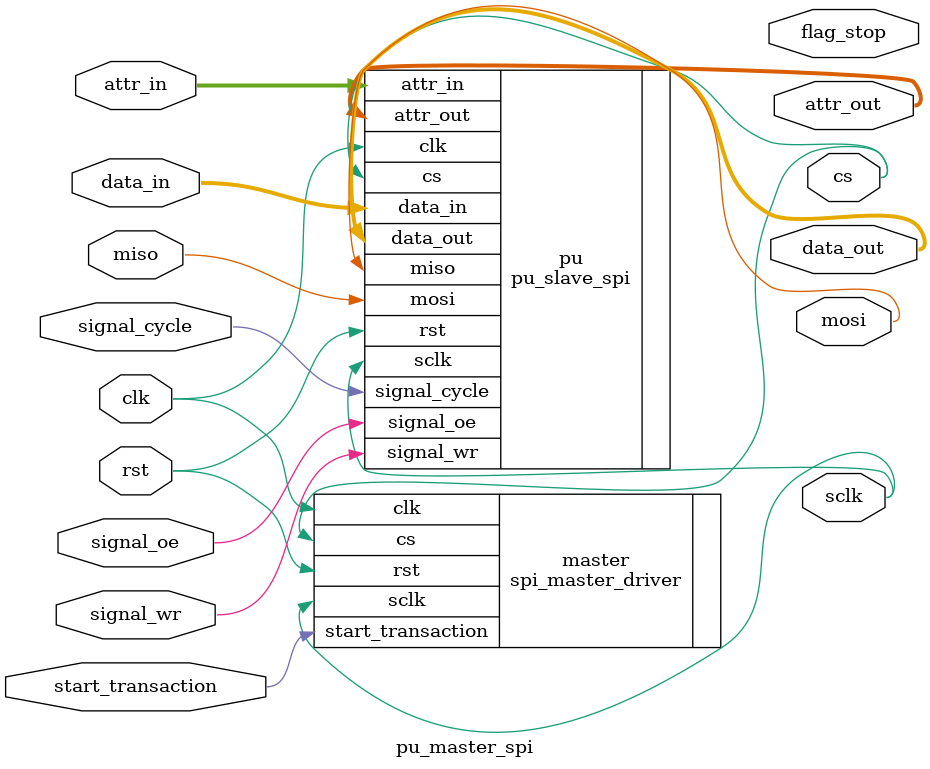
<source format=v>
`timescale 1 ms/ 1 ms

module pu_master_spi #
        ( parameter DATA_WIDTH     = 32
        , parameter ATTR_WIDTH     = 4
        , parameter SPI_DATA_WIDTH = 8
        , parameter BUF_SIZE       = 6
        , parameter BOUNCE_FILTER  = 4
        )
    ( input                     clk
    , input                     rst
    , input                     signal_cycle
    , input                     start_transaction

    // nitta interface
    , input                     signal_wr
    , input    [DATA_WIDTH-1:0] data_in
    , input    [ATTR_WIDTH-1:0] attr_in

    , input                     signal_oe
    , output   [DATA_WIDTH-1:0] data_out
    , output   [ATTR_WIDTH-1:0] attr_out

    , output reg                flag_stop

    // SPI interface
    , output                    cs
    , output                    sclk
    , input                     miso
    , output                    mosi
    );

pu_slave_spi #
  ( .SPI_DATA_WIDTH( SPI_DATA_WIDTH )
  , .BUF_SIZE( BUF_SIZE )
  , .BOUNCE_FILTER( 0 )
  ) pu
  ( .clk( clk )
  , .rst( rst )
  , .signal_cycle( signal_cycle )

  , .signal_wr( signal_wr )
  , .data_in( data_in )
  , .attr_in( attr_in )

  , .signal_oe( signal_oe )
  , .data_out( data_out )
  , .attr_out( attr_out )

  , .mosi( miso )
  , .miso( mosi )
  , .sclk( sclk )
  , .cs( cs )
  );

spi_master_driver #
   ( .DATA_WIDTH( DATA_WIDTH * 2 ) 
   , .SCLK_HALFPERIOD( 1 )
   ) master
  ( .clk( clk )
  , .rst( rst )
  , .start_transaction( start_transaction )
  , .cs( cs )
  , .sclk( sclk )
  );

endmodule

</source>
